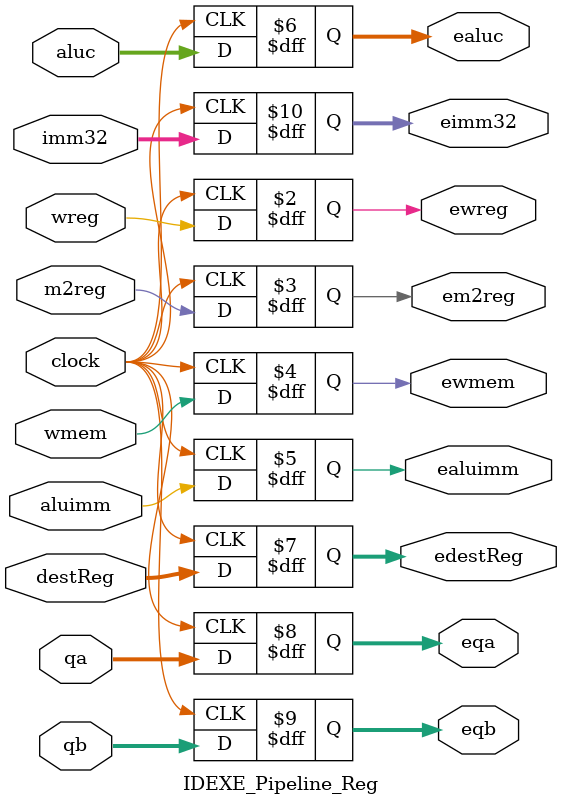
<source format=v>
`timescale 1ns / 1ps


module IDEXE_Pipeline_Reg(
input wreg, m2reg, wmem, aluimm, clock,
input [3:0] aluc,
input [4:0] destReg,
input [31:0] qa,
input [31:0] qb,
input [31:0] imm32,
output reg ewreg, em2reg, ewmem, ealuimm,
output reg [3:0] ealuc,
output reg [4:0] edestReg,
output reg [31:0] eqa,
output reg [31:0] eqb,
output reg [31:0] eimm32
);

always @ (posedge clock)
  begin
    ewreg <= wreg;
    em2reg <= m2reg;
    ewmem <= wmem;
    ealuc <= aluc;
    ealuimm <= aluimm;
    edestReg <= destReg;
    eqa <= qa;
    eqb <= qb;
    eimm32 <= imm32;
  end
endmodule

</source>
